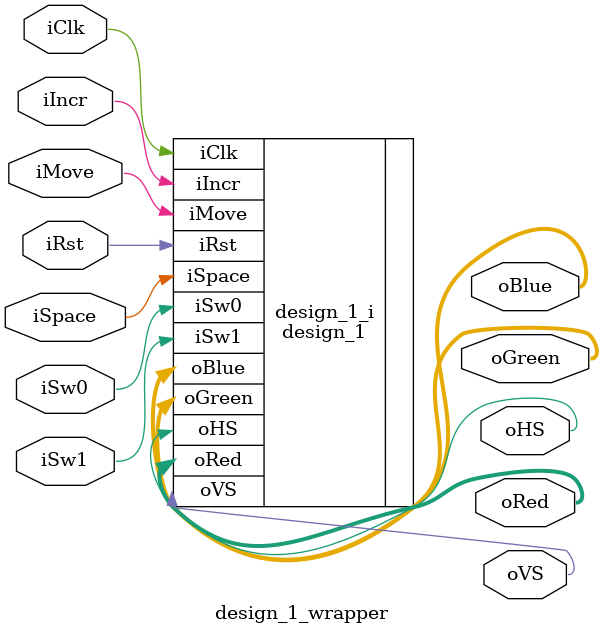
<source format=v>
`timescale 1 ps / 1 ps

module design_1_wrapper
   (iClk,
    iIncr,
    iMove,
    iRst,
    iSpace,
    iSw0,
    iSw1,
    oBlue,
    oGreen,
    oHS,
    oRed,
    oVS);
  input iClk;
  input iIncr;
  input iMove;
  input iRst;
  input iSpace;
  input iSw0;
  input iSw1;
  output [3:0]oBlue;
  output [3:0]oGreen;
  output oHS;
  output [3:0]oRed;
  output oVS;

  wire iClk;
  wire iIncr;
  wire iMove;
  wire iRst;
  wire iSpace;
  wire iSw0;
  wire iSw1;
  wire [3:0]oBlue;
  wire [3:0]oGreen;
  wire oHS;
  wire [3:0]oRed;
  wire oVS;

  design_1 design_1_i
       (.iClk(iClk),
        .iIncr(iIncr),
        .iMove(iMove),
        .iRst(iRst),
        .iSpace(iSpace),
        .iSw0(iSw0),
        .iSw1(iSw1),
        .oBlue(oBlue),
        .oGreen(oGreen),
        .oHS(oHS),
        .oRed(oRed),
        .oVS(oVS));
endmodule

</source>
